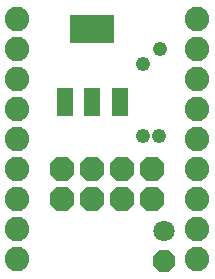
<source format=gbs>
G75*
%MOIN*%
%OFA0B0*%
%FSLAX25Y25*%
%IPPOS*%
%LPD*%
%AMOC8*
5,1,8,0,0,1.08239X$1,22.5*
%
%ADD10OC8,0.08200*%
%ADD11OC8,0.07100*%
%ADD12C,0.07100*%
%ADD13R,0.05600X0.09600*%
%ADD14R,0.14973X0.09461*%
%ADD15C,0.08200*%
%ADD16C,0.04762*%
D10*
X0024000Y0026925D03*
X0024000Y0036925D03*
X0034000Y0036925D03*
X0034000Y0026925D03*
X0044000Y0026925D03*
X0044000Y0036925D03*
X0054000Y0036925D03*
X0054000Y0026925D03*
D11*
X0057750Y0006300D03*
D12*
X0057750Y0016300D03*
D13*
X0043100Y0059100D03*
X0034000Y0059100D03*
X0024900Y0059100D03*
D14*
X0034000Y0083501D03*
D15*
X0009000Y0006925D03*
X0009000Y0016925D03*
X0009000Y0026925D03*
X0009000Y0036925D03*
X0009000Y0046925D03*
X0009000Y0056925D03*
X0009000Y0066925D03*
X0009000Y0076925D03*
X0009000Y0086925D03*
X0069000Y0086925D03*
X0069000Y0076925D03*
X0069000Y0066925D03*
X0069000Y0056925D03*
X0069000Y0046925D03*
X0069000Y0036925D03*
X0069000Y0026925D03*
X0069000Y0016925D03*
X0069000Y0006925D03*
D16*
X0056187Y0047862D03*
X0050875Y0047862D03*
X0050875Y0071925D03*
X0056500Y0076925D03*
M02*

</source>
